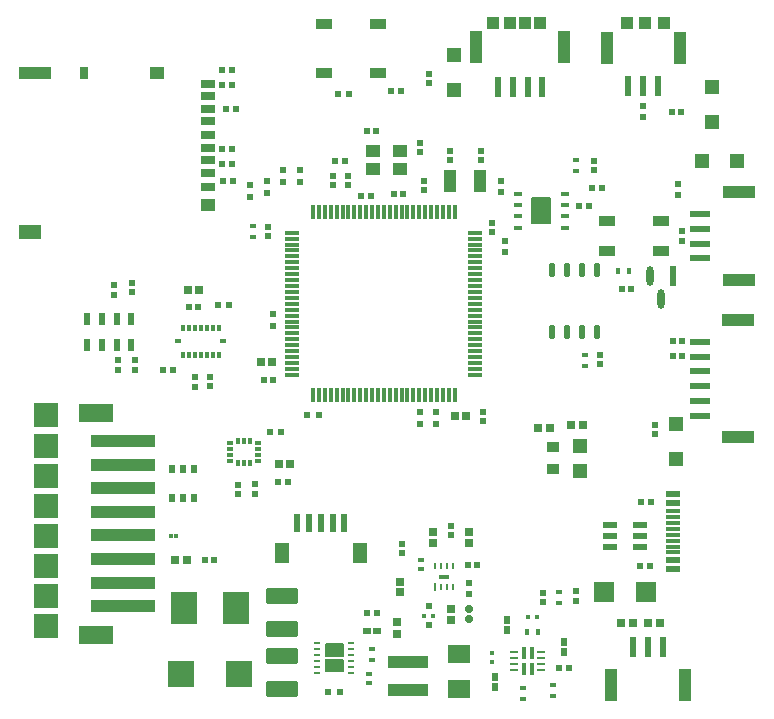
<source format=gtp>
%FSTAX23Y23*%
%MOIN*%
%SFA1B1*%

%IPPOS*%
%AMD12*
4,1,8,0.007900,-0.018700,0.007900,0.018700,0.005900,0.020700,-0.005900,0.020700,-0.007900,0.018700,-0.007900,-0.018700,-0.005900,-0.020700,0.005900,-0.020700,0.007900,-0.018700,0.0*
1,1,0.003937,0.005900,-0.018700*
1,1,0.003937,0.005900,0.018700*
1,1,0.003937,-0.005900,0.018700*
1,1,0.003937,-0.005900,-0.018700*
%
%AMD13*
4,1,8,0.011800,-0.002000,0.011800,0.002000,0.009800,0.003900,-0.009800,0.003900,-0.011800,0.002000,-0.011800,-0.002000,-0.009800,-0.003900,0.009800,-0.003900,0.011800,-0.002000,0.0*
1,1,0.003937,0.009800,-0.002000*
1,1,0.003937,0.009800,0.002000*
1,1,0.003937,-0.009800,0.002000*
1,1,0.003937,-0.009800,-0.002000*
%
%AMD19*
4,1,8,-0.020900,-0.011600,0.020900,-0.011600,0.023800,-0.008700,0.023800,0.008700,0.020900,0.011600,-0.020900,0.011600,-0.023800,0.008700,-0.023800,-0.008700,-0.020900,-0.011600,0.0*
1,1,0.005807,-0.020900,-0.008700*
1,1,0.005807,0.020900,-0.008700*
1,1,0.005807,0.020900,0.008700*
1,1,0.005807,-0.020900,0.008700*
%
%AMD38*
4,1,8,0.011900,-0.020700,0.011900,0.020700,0.000000,0.032600,0.000000,0.032600,-0.011900,0.020700,-0.011900,-0.020700,0.000000,-0.032600,0.000000,-0.032600,0.011900,-0.020700,0.0*
1,1,0.023720,0.000000,-0.020700*
1,1,0.023720,0.000000,0.020700*
1,1,0.023720,0.000000,0.020700*
1,1,0.023720,0.000000,-0.020700*
%
%AMD50*
4,1,8,-0.004800,0.008400,-0.004800,-0.008400,0.000000,-0.013200,0.000000,-0.013200,0.004800,-0.008400,0.004800,0.008400,0.000000,0.013200,0.000000,0.013200,-0.004800,0.008400,0.0*
1,1,0.009546,0.000000,0.008400*
1,1,0.009546,0.000000,-0.008400*
1,1,0.009546,0.000000,-0.008400*
1,1,0.009546,0.000000,0.008400*
%
%AMD51*
4,1,8,-0.006200,-0.012500,0.006200,-0.012500,0.012500,-0.006200,0.012500,0.006200,0.006200,0.012500,-0.006200,0.012500,-0.012500,0.006200,-0.012500,-0.006200,-0.006200,-0.012500,0.0*
1,1,0.012500,-0.006200,-0.006200*
1,1,0.012500,0.006200,-0.006200*
1,1,0.012500,0.006200,0.006200*
1,1,0.012500,-0.006200,0.006200*
%
%AMD64*
4,1,8,0.053500,-0.020200,0.053500,0.020200,0.046800,0.027000,-0.046800,0.027000,-0.053500,0.020200,-0.053500,-0.020200,-0.046800,-0.027000,0.046800,-0.027000,0.053500,-0.020200,0.0*
1,1,0.013484,0.046800,-0.020200*
1,1,0.013484,0.046800,0.020200*
1,1,0.013484,-0.046800,0.020200*
1,1,0.013484,-0.046800,-0.020200*
%
%AMD70*
4,1,8,-0.006900,0.008200,-0.006900,-0.008200,-0.003400,-0.011600,0.003400,-0.011600,0.006900,-0.008200,0.006900,0.008200,0.003400,0.011600,-0.003400,0.011600,-0.006900,0.008200,0.0*
1,1,0.006890,-0.003400,0.008200*
1,1,0.006890,-0.003400,-0.008200*
1,1,0.006890,0.003400,-0.008200*
1,1,0.006890,0.003400,0.008200*
%
%AMD83*
4,1,8,0.008200,0.006900,-0.008200,0.006900,-0.011600,0.003400,-0.011600,-0.003400,-0.008200,-0.006900,0.008200,-0.006900,0.011600,-0.003400,0.011600,0.003400,0.008200,0.006900,0.0*
1,1,0.006890,0.008200,0.003400*
1,1,0.006890,-0.008200,0.003400*
1,1,0.006890,-0.008200,-0.003400*
1,1,0.006890,0.008200,-0.003400*
%
%ADD10R,0.021654X0.021654*%
%ADD11R,0.031656X0.029851*%
G04~CAMADD=12~8~0.0~0.0~413.4~157.5~19.7~0.0~15~0.0~0.0~0.0~0.0~0~0.0~0.0~0.0~0.0~0~0.0~0.0~0.0~270.0~158.0~414.0*
%ADD12D12*%
G04~CAMADD=13~8~0.0~0.0~78.7~236.2~19.7~0.0~15~0.0~0.0~0.0~0.0~0~0.0~0.0~0.0~0.0~0~0.0~0.0~0.0~270.0~236.0~78.0*
%ADD13D13*%
%ADD14R,0.017716X0.023622*%
%ADD15R,0.020472X0.020472*%
%ADD16R,0.023622X0.017716*%
%ADD17R,0.017716X0.017716*%
%ADD18R,0.023622X0.021260*%
G04~CAMADD=19~8~0.0~0.0~476.4~232.3~29.0~0.0~15~0.0~0.0~0.0~0.0~0~0.0~0.0~0.0~0.0~0~0.0~0.0~0.0~180.0~476.0~232.0*
%ADD19D19*%
%ADD20R,0.023443X0.026105*%
%ADD21R,0.017716X0.017716*%
%ADD22R,0.021654X0.021654*%
%ADD23R,0.025984X0.024409*%
%ADD24R,0.075047X0.061206*%
%ADD25R,0.133858X0.038583*%
%ADD26R,0.024409X0.025984*%
%ADD27R,0.019198X0.018601*%
%ADD28R,0.048031X0.049212*%
%ADD29R,0.039370X0.106299*%
%ADD30R,0.020472X0.020472*%
%ADD31R,0.049212X0.048031*%
%ADD32R,0.110236X0.039370*%
%ADD33R,0.039370X0.039370*%
%ADD34R,0.023622X0.066929*%
%ADD35R,0.024226X0.022538*%
%ADD36R,0.106299X0.039370*%
%ADD37R,0.066929X0.023622*%
G04~CAMADD=38~8~0.0~0.0~651.7~237.2~118.6~0.0~15~0.0~0.0~0.0~0.0~0~0.0~0.0~0.0~0.0~0~0.0~0.0~0.0~270.0~238.0~651.0*
%ADD38D38*%
%ADD39R,0.039370X0.110236*%
%ADD41R,0.029921X0.016535*%
%ADD42O,0.021654X0.049212*%
%ADD43R,0.047244X0.011811*%
%ADD44R,0.011811X0.047244*%
%ADD45R,0.045275X0.023622*%
%ADD46R,0.047244X0.047244*%
%ADD47R,0.043307X0.035433*%
%ADD48R,0.026476X0.028163*%
G04~CAMADD=50~8~0.0~0.0~263.1~95.5~47.7~0.0~15~0.0~0.0~0.0~0.0~0~0.0~0.0~0.0~0.0~0~0.0~0.0~0.0~90.0~96.0~263.0*
%ADD50D50*%
G04~CAMADD=51~8~0.0~0.0~250.0~250.0~62.5~0.0~15~0.0~0.0~0.0~0.0~0~0.0~0.0~0.0~0.0~0~0.0~0.0~0.0~180.0~250.0~250.0*
%ADD51D51*%
%ADD52R,0.055118X0.037401*%
%ADD53R,0.013780X0.023228*%
%ADD54R,0.047244X0.039370*%
%ADD55R,0.047244X0.027559*%
%ADD56R,0.031496X0.039370*%
%ADD57R,0.110236X0.039370*%
%ADD58R,0.074803X0.051181*%
%ADD59R,0.022538X0.024226*%
%ADD60R,0.023622X0.043307*%
%ADD61R,0.027803X0.028666*%
%ADD62R,0.023622X0.061024*%
%ADD63R,0.047244X0.070866*%
G04~CAMADD=64~8~0.0~0.0~539.4~1070.9~67.4~0.0~15~0.0~0.0~0.0~0.0~0~0.0~0.0~0.0~0.0~0~0.0~0.0~0.0~270.0~1071.0~539.0*
%ADD64D64*%
%ADD65R,0.015748X0.015748*%
%ADD66R,0.026476X0.026306*%
%ADD67R,0.019685X0.019685*%
%ADD68R,0.020866X0.009843*%
G04~CAMADD=70~8~0.0~0.0~232.3~137.8~34.4~0.0~15~0.0~0.0~0.0~0.0~0~0.0~0.0~0.0~0.0~0~0.0~0.0~0.0~90.0~138.0~232.0*
%ADD70D70*%
%ADD71R,0.118110X0.062992*%
%ADD72R,0.021654X0.031496*%
%ADD73R,0.012205X0.011811*%
%ADD74R,0.085039X0.088976*%
%ADD75R,0.216535X0.039370*%
%ADD76R,0.078740X0.078740*%
%ADD77R,0.021654X0.023622*%
%ADD78R,0.053150X0.035433*%
%ADD79R,0.026195X0.026476*%
%ADD80R,0.022369X0.022538*%
%ADD81R,0.051181X0.039370*%
%ADD82R,0.043307X0.074803*%
G04~CAMADD=83~8~0.0~0.0~232.3~137.8~34.4~0.0~15~0.0~0.0~0.0~0.0~0~0.0~0.0~0.0~0.0~0~0.0~0.0~0.0~0.0~232.3~137.8*
%ADD83D83*%
%ADD84R,0.019685X0.015748*%
%ADD85R,0.023622X0.019685*%
%ADD86R,0.045275X0.011811*%
%ADD87R,0.066929X0.066142*%
%ADD88R,0.023622X0.023622*%
%ADD89R,0.009546X0.026306*%
%ADD90R,0.018432X0.018601*%
%ADD91R,0.019685X0.023622*%
%ADD92R,0.085000X0.107992*%
%ADD93R,0.023228X0.013780*%
%ADD94R,0.023719X0.065167*%
%ADD172R,0.037173X0.013552*%
%ADD187C,0.005000*%
%ADD189C,0.010000*%
%ADD190C,0.020000*%
%ADD191C,0.040000*%
%LNrelia-1*%
%LPD*%
G54D10*
X00682Y0136D03*
X00717D03*
X01117Y02065D03*
X00707Y02015D03*
X0192Y0169D03*
X01157Y01725D03*
X0073Y02095D03*
X00742Y02015D03*
X0073Y0188D03*
Y0183D03*
X00732Y01775D03*
X00697D03*
X00694Y0183D03*
Y02095D03*
Y0188D03*
X00892Y00936D03*
X00497Y01145D03*
X00856Y00936D03*
X01192Y01725D03*
X01884Y0169D03*
X01082Y02065D03*
X00532Y01145D03*
G54D11*
X00618Y0141D03*
X00581D03*
X01508Y0099D03*
X00826Y0117D03*
X00923Y00831D03*
X00885D03*
X01471Y0099D03*
X00863Y0117D03*
G54D12*
X01701Y00148D03*
X01728D03*
Y00201D03*
X01701D03*
G54D13*
X01669Y00184D03*
Y00165D03*
X0176Y00184D03*
Y00165D03*
Y00145D03*
X01669D03*
Y00204D03*
X0176D03*
G54D14*
X01711Y0027D03*
X02053Y01475D03*
X01748Y0027D03*
X02016Y01475D03*
G54D15*
X01765Y00369D03*
X01955Y01164D03*
X01935Y0184D03*
X0156Y01875D03*
X01455D03*
X01595Y01635D03*
X01565Y00974D03*
X0214Y00929D03*
X01765Y004D03*
X0146Y00625D03*
X01385Y0213D03*
X01355Y01869D03*
X01065Y0179D03*
X01115D03*
X0137Y01775D03*
X0085Y0162D03*
X00395Y01435D03*
X01295Y00565D03*
X00655Y01089D03*
X00749Y0073D03*
X01935Y01809D03*
X01595Y01604D03*
X01565Y01005D03*
X0146Y00594D03*
X0137Y01744D03*
X0085Y01589D03*
X01455Y01844D03*
X0156D03*
X01115Y01759D03*
X01065D03*
X01295Y00534D03*
X00655Y0112D03*
X00395Y01404D03*
X00749Y00761D03*
X01955Y01195D03*
X0214Y0096D03*
X01385Y02099D03*
X01355Y019D03*
G54D16*
X0182Y00366D03*
X017Y00083D03*
X01875Y01843D03*
X01905Y01156D03*
X0182Y00403D03*
X018Y00056D03*
X017Y00046D03*
X008Y01623D03*
X01195Y00213D03*
X01875Y01806D03*
X008Y01586D03*
X01195Y00176D03*
X01905Y01193D03*
X018Y00093D03*
G54D17*
X01745Y0032D03*
X01714D03*
G54D18*
X01875Y00372D03*
X02215Y01727D03*
Y01762D03*
X01875Y00407D03*
G54D19*
X0199Y0059D03*
X02089D03*
Y00552D03*
Y00627D03*
X0199Y00552D03*
Y00627D03*
G54D20*
X01645Y00278D03*
Y00311D03*
X01605Y00088D03*
Y00121D03*
G54D21*
X01595Y002D03*
Y00169D03*
G54D22*
X01212Y00335D03*
X01625Y01772D03*
X0164Y01537D03*
X00405Y01142D03*
X0035D03*
Y01177D03*
X00405D03*
X0152Y00397D03*
Y00432D03*
X01625Y01737D03*
X0164Y01572D03*
X021Y01987D03*
Y02022D03*
X01177Y00335D03*
G54D23*
X01212Y00275D03*
X01177D03*
G54D24*
X01485Y00198D03*
Y00081D03*
G54D25*
X01315Y00078D03*
Y00171D03*
G54D26*
X01835Y00203D03*
Y00236D03*
G54D27*
X01818Y0015D03*
X02093Y00705D03*
X02088Y0049D03*
X01851Y0015D03*
X02121Y0049D03*
X02126Y00705D03*
G54D28*
X0233Y02088D03*
X0147Y02193D03*
X0221Y00846D03*
X0233Y01971D03*
X0221Y00963D03*
X0147Y02076D03*
G54D29*
X02222Y02216D03*
X01977D03*
X02237Y00093D03*
X01992D03*
G54D30*
X02194Y02005D03*
X0206Y01415D03*
X01545Y00495D03*
X01291Y02075D03*
X0121Y0194D03*
X013Y0173D03*
X00584Y01355D03*
X00915Y00771D03*
X00834Y0111D03*
X0067Y0051D03*
X02029Y01415D03*
X01269Y0173D03*
X00865Y0111D03*
X00883Y00771D03*
X00615Y01355D03*
X01514Y00495D03*
X02225Y02005D03*
X0126Y02075D03*
X00639Y0051D03*
X01179Y0194D03*
G54D31*
X02413Y0184D03*
X02296D03*
G54D32*
X0242Y01736D03*
Y01443D03*
G54D33*
X02045Y023D03*
X01755D03*
X0217D03*
X02105D03*
X01705D03*
X01655D03*
X016D03*
G54D34*
X0205Y0209D03*
X01763Y02088D03*
X02164Y00219D03*
X01714Y02088D03*
X01665D03*
X01616D03*
X02115Y00219D03*
X02065D03*
X02149Y0209D03*
X021D03*
G54D35*
X01961Y0175D03*
X01073Y0184D03*
X01928Y0175D03*
X01106Y0184D03*
G54D36*
X02416Y0131D03*
Y00919D03*
G54D37*
X02288Y01516D03*
X0229Y01139D03*
X02288Y01565D03*
Y01614D03*
Y01663D03*
X0229Y0109D03*
Y01238D03*
Y01041D03*
Y01188D03*
Y00991D03*
G54D38*
X0216Y01381D03*
X02122Y01458D03*
G54D39*
X01836Y0222D03*
X01543D03*
G54D41*
X01681Y01618D03*
X01838Y01731D03*
X01681D03*
Y01693D03*
Y01656D03*
X01838Y01618D03*
Y01656D03*
Y01693D03*
G54D42*
X01795Y01478D03*
X01845Y01271D03*
X01945Y01478D03*
X01895Y01271D03*
X01845Y01478D03*
X01895D03*
X01795Y01271D03*
X01945D03*
G54D43*
X0154Y01581D03*
X00929Y01601D03*
Y01148D03*
X0154Y01601D03*
X00929Y01581D03*
Y01128D03*
X0154Y01187D03*
Y01168D03*
Y01266D03*
X00929Y01286D03*
X0154Y01404D03*
Y01561D03*
Y01542D03*
Y01522D03*
Y01502D03*
Y01483D03*
Y01463D03*
Y01443D03*
Y01424D03*
Y01384D03*
Y01365D03*
Y01345D03*
Y01325D03*
Y01305D03*
Y01286D03*
Y01246D03*
Y01227D03*
Y01207D03*
Y01148D03*
Y01128D03*
X00929Y01168D03*
Y01187D03*
Y01207D03*
Y01227D03*
Y01246D03*
Y01266D03*
Y01305D03*
Y01325D03*
Y01345D03*
Y01365D03*
Y01404D03*
Y01424D03*
Y01443D03*
Y01463D03*
Y01483D03*
Y01502D03*
Y01522D03*
Y01542D03*
Y01561D03*
Y01384D03*
G54D44*
X01451Y01059D03*
X01294Y0167D03*
X01116D03*
X01254Y01059D03*
X01471D03*
X01274Y0167D03*
X01372D03*
X01294Y01059D03*
X01274D03*
X01353Y0167D03*
X01097D03*
X01077D03*
X00998Y01059D03*
X01333D03*
X01353D03*
X01372D03*
X01412D03*
X01313D03*
X01235D03*
X01215D03*
X01195D03*
X01175D03*
X01156D03*
X01136D03*
X01116D03*
X01097D03*
X01077D03*
X01038D03*
X01018Y0167D03*
X01038D03*
X01057D03*
X01136D03*
X01156D03*
X01175D03*
X01195D03*
X01215D03*
X01235D03*
X01254D03*
X01313D03*
X01333D03*
X01392D03*
X01412D03*
X01431D03*
X01451D03*
X01471D03*
X00998D03*
X01392Y01059D03*
X01018D03*
X01431D03*
X01057D03*
G54D45*
X02197Y00479D03*
Y00731D03*
Y00699D03*
Y0051D03*
G54D46*
X0189Y00808D03*
Y00891D03*
G54D47*
X018Y00812D03*
Y00887D03*
G54D48*
X0152Y00603D03*
X0146Y00311D03*
X0152Y00566D03*
X0146Y00348D03*
G54D50*
X01425Y00419D03*
Y0049D03*
X01444Y00419D03*
X01464D03*
Y0049D03*
X01444D03*
X01405D03*
G54D51*
X0152Y00312D03*
Y00347D03*
G54D52*
X01215Y02296D03*
X01035D03*
Y02133D03*
X01215D03*
G54D53*
X00684Y01285D03*
X00625D03*
X00664D03*
X00585D03*
X00605D03*
X00644Y01194D03*
Y01285D03*
X00684Y01194D03*
X00625D03*
X00565Y01285D03*
Y01194D03*
X00585D03*
X00605D03*
X00664D03*
G54D54*
X00479Y02133D03*
X00648Y01694D03*
G54D55*
X00648Y01972D03*
Y02058D03*
Y02015D03*
Y01928D03*
Y01799D03*
Y01755D03*
Y01842D03*
Y02096D03*
Y01885D03*
G54D56*
X00235Y02133D03*
G54D57*
X00072Y02133D03*
G54D58*
X00054Y01602D03*
G54D59*
X00335Y01426D03*
X00804Y00729D03*
X00605Y01086D03*
X00335Y01393D03*
X00804Y00762D03*
X00605Y0112D03*
G54D60*
X00295Y01313D03*
X00246Y01226D03*
Y01313D03*
X00393D03*
X00344D03*
Y01226D03*
X00393D03*
X00295D03*
G54D61*
X014Y00602D03*
X0129Y00402D03*
X014Y00567D03*
X0129Y00437D03*
G54D62*
X00946Y00634D03*
X01103D03*
X00985D03*
X01025D03*
X01064D03*
G54D63*
X01154Y00535D03*
X00895D03*
G54D64*
X00895Y0039D03*
Y00079D03*
Y0019D03*
Y00279D03*
G54D65*
X01369Y00325D03*
X014D03*
G54D66*
X0128Y00265D03*
Y00304D03*
G54D67*
X01089Y0007D03*
X0105D03*
G54D68*
X01013Y00234D03*
Y00135D03*
Y00155D03*
Y00175D03*
Y00194D03*
Y00214D03*
X01126Y00234D03*
Y00214D03*
Y00194D03*
Y00175D03*
Y00155D03*
Y00135D03*
G54D70*
X00769Y00835D03*
X00789D03*
X00769Y00907D03*
X0075Y00835D03*
X00789Y00907D03*
X0075D03*
G54D71*
X00276Y01001D03*
Y00261D03*
G54D72*
X00565Y00812D03*
X00602D03*
X00527D03*
Y00717D03*
X00565D03*
X00602D03*
G54D73*
X00541Y0059D03*
X00525D03*
G54D74*
X00751Y0013D03*
X00558D03*
G54D75*
X00365Y00435D03*
Y00592D03*
Y00907D03*
Y00828D03*
Y00749D03*
Y00671D03*
Y00513D03*
Y00356D03*
G54D76*
X0011Y0039D03*
Y00995D03*
Y0029D03*
Y0049D03*
Y0059D03*
Y0069D03*
Y0079D03*
Y0089D03*
G54D77*
X0223Y01573D03*
Y01606D03*
G54D78*
X02159Y0154D03*
Y01639D03*
X0198Y0154D03*
Y01639D03*
G54D79*
X0175Y0095D03*
X02115Y003D03*
X02064D03*
X00579Y0051D03*
X0054D03*
X0186Y0096D03*
X01899D03*
X01789Y0095D03*
X02025Y003D03*
X02154D03*
G54D80*
X0073Y02145D03*
X00694D03*
G54D81*
X01289Y01875D03*
X012Y01814D03*
X01289D03*
X012Y01875D03*
G54D82*
X01554Y01775D03*
X01455D03*
G54D83*
X00723Y009D03*
Y00861D03*
Y0088D03*
X00815Y009D03*
Y0088D03*
Y00861D03*
X00723Y00841D03*
X00815D03*
G54D84*
X0136Y00479D03*
Y0051D03*
X01185Y0013D03*
Y00099D03*
G54D85*
X00865Y01329D03*
Y0129D03*
X01355Y00965D03*
X0141D03*
X01355Y01004D03*
X0141D03*
X0079Y0172D03*
X00845Y01774D03*
Y01735D03*
X009Y01809D03*
Y0177D03*
X00955Y01809D03*
Y0177D03*
X0079Y01759D03*
G54D86*
X02197Y00614D03*
Y00575D03*
Y00634D03*
Y00595D03*
Y00555D03*
Y00673D03*
Y00654D03*
Y00536D03*
G54D87*
X0211Y00405D03*
X01969D03*
G54D88*
X01385Y00293D03*
Y00356D03*
G54D89*
X01405Y00419D03*
G54D90*
X02198Y0124D03*
X02199Y0119D03*
X0223D03*
X0223Y0124D03*
G54D91*
X01019Y00995D03*
X0098D03*
G54D92*
X00567Y0035D03*
X00742D03*
G54D93*
X00549Y0124D03*
X007D03*
G54D94*
X02197Y01458D03*
G54D172*
X01435Y00455D03*
G54D187*
X01098Y00178D02*
X01098Y00178D01*
Y00139*
X01098Y00139*
X01098Y00139*
X01098Y0014*
X01098Y0014*
X01098Y0014*
X01098Y0014*
X01041*
X01041Y0014*
X01041Y0014*
X01041Y0014*
X01041Y0014*
X01041Y0014*
X01041Y00139*
Y00178*
X01041Y00179*
X01041Y00178*
X01041Y00178*
X01041Y00178*
X01041Y00178*
X01041Y00178*
X01098*
X01098Y00178*
X01098Y00178*
X01098Y00178*
X01098Y00178*
X01098Y00178*
X01043Y00142D02*
X01098D01*
X01043Y00147D02*
X01098D01*
X01043Y00152D02*
X01098D01*
X01043Y00157D02*
X01098D01*
X01043Y00162D02*
X01098D01*
X01043Y00167D02*
X01098D01*
X01043Y00172D02*
X01098D01*
X01043Y00177D02*
X01098D01*
X01098Y0023D02*
X01098Y0023D01*
Y00191*
X01098Y0019*
X01098Y00191*
X01098Y00191*
X01098Y00191*
X01098Y00191*
X01098Y00191*
X01041*
X01041Y00191*
X01041Y00191*
X01041Y00191*
X01041Y00191*
X01041Y00191*
X01041Y00191*
Y0023*
X01041Y0023*
X01041Y0023*
X01041Y00229*
X01041Y00229*
X01041Y00229*
X01041Y00229*
X01098*
X01098Y00229*
X01098Y00229*
X01098Y00229*
X01098Y00229*
X01098Y0023*
X01043Y00193D02*
X01098D01*
X01043Y00198D02*
X01098D01*
X01043Y00203D02*
X01098D01*
X01043Y00208D02*
X01098D01*
X01043Y00213D02*
X01098D01*
X01043Y00218D02*
X01098D01*
X01043Y00223D02*
X01098D01*
X01043Y00228D02*
X01098D01*
X01789Y01632D02*
X0173D01*
Y01717*
X01789*
Y01632*
G54D189*
X01784Y01637D02*
X01735D01*
Y01712*
X01784*
Y01637*
G54D190*
X01774Y01647D02*
X01745D01*
Y01702*
X01774*
Y01647*
G54D191*
X01754Y01667D02*
X01765D01*
Y01682*
X01754*
Y01667*
M02*
</source>
